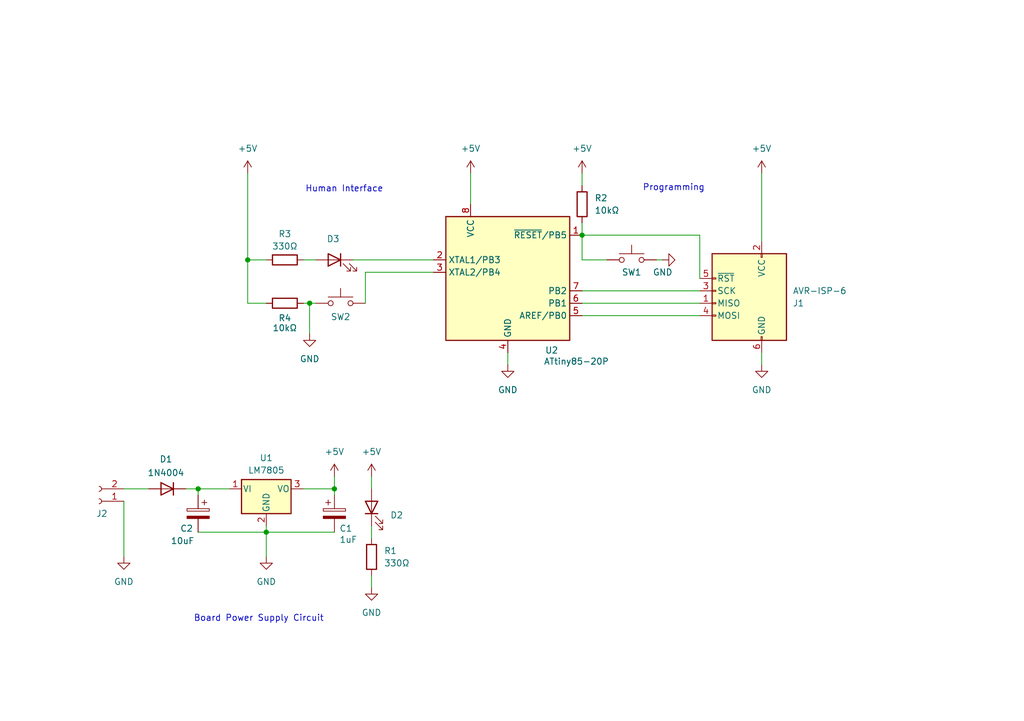
<source format=kicad_sch>
(kicad_sch (version 20231120) (generator "eeschema") (generator_version "8.0")
  (paper "A5")
  (title_block (title "Basic ATTiny on a Breadboard") (date "2024-04-02") (rev "0.0.1") (company "carlynorama") (comment 1 "Inputs: software determined SPST M, reset SPST M") (comment 2 "Outputs: power supply on LED, software determined LED") (comment 4 "Circuit for an ATTiny on a breadboard with a \"header\"  for the programmer."))
  (lib_symbols
    (symbol "Connector:AVR-ISP-6" (pin_names (offset 1.016))
      (property "Reference" "J1" (at -8.89 2.5401 0))
      (property "Value" "AVR-ISP-6" (at -8.89 0.0001 0))
      (symbol "AVR-ISP-6_0_1"
        (rectangle (start -7.62 10.16) (end 7.62 -7.62) (stroke (width 0.254)) (fill (type background)))
        (rectangle (start -2.667 -6.858) (end -2.413 -7.62))
        (rectangle (start -2.667 10.16) (end -2.413 9.398))
        (rectangle (start 7.62 -2.413) (end 6.858 -2.667))
        (rectangle (start 7.62 0.127) (end 6.858 -0.127))
        (rectangle (start 7.62 2.667) (end 6.858 2.413))
        (rectangle (start 7.62 5.207) (end 6.858 4.953))
      )
      (symbol "AVR-ISP-6_1_1"
        (pin passive line (at 10.16 2.54 180) (length 2.54) (name "MISO") (number "1"))
        (pin passive line (at -2.54 -10.16 90) (length 2.54) (name "VCC") (number "2"))
        (pin passive line (at 10.16 0 180) (length 2.54) (name "SCK") (number "3"))
        (pin passive line (at 10.16 5.08 180) (length 2.54) (name "MOSI") (number "4"))
        (pin passive line (at 10.16 -2.54 180) (length 2.54) (name "~{RST}") (number "5"))
        (pin passive line (at -2.54 12.7 270) (length 2.54) (name "GND") (number "6"))
      )
    )
    (symbol "Connector:Conn_01x02_Socket" (pin_names (offset 1.016) hide)
      (property "Reference" "J" (at 0 2.54 0))
      (property "Value" "Conn_01x02_Socket" (at 0 -5.08 0))
      (symbol "Conn_01x02_Socket_1_1"
        (arc (start 0 -2.032) (mid -0.5058 -2.54) (end 0 -3.048) (stroke (width 0.1524)))
        (polyline (pts (xy -1.27 -2.54) (xy -0.508 -2.54)) (stroke (width 0.1524)))
        (polyline (pts (xy -1.27 0) (xy -0.508 0)) (stroke (width 0.1524)))
        (arc (start 0 0.508) (mid -0.5058 0) (end 0 -0.508) (stroke (width 0.1524)))
        (pin passive line (at -5.08 0 0) (length 3.81) (name "Pin_1") (number "1"))
        (pin passive line (at -5.08 -2.54 0) (length 3.81) (name "Pin_2") (number "2"))
      )
    )
    (symbol "Device:C_Polarized" (pin_numbers hide) (pin_names (offset 0.254))
      (property "Reference" "C" (at 0.635 2.54 0))
      (property "Value" "C_Polarized" (at 0.635 -2.54 0))
      (symbol "C_Polarized_0_1"
        (rectangle (start -2.286 0.508) (end 2.286 1.016))
        (polyline (pts (xy -1.778 2.286) (xy -0.762 2.286)))
        (polyline (pts (xy -1.27 2.794) (xy -1.27 1.778)))
        (rectangle (start 2.286 -0.508) (end -2.286 -1.016) (fill (type outline)))
      )
      (symbol "C_Polarized_1_1"
        (pin passive line (at 0 3.81 270) (length 2.794) (name "~") (number "1"))
        (pin passive line (at 0 -3.81 90) (length 2.794) (name "~") (number "2"))
      )
    )
    (symbol "Device:D" (pin_numbers hide) (pin_names (offset 1.016) hide)
      (property "Reference" "D" (at 0 2.54 0))
      (property "Value" "D" (at 0 -2.54 0))
      (symbol "D_0_1"
        (polyline (pts (xy -1.27 1.27) (xy -1.27 -1.27)) (stroke (width 0.254)))
        (polyline (pts (xy 1.27 0) (xy -1.27 0)))
        (polyline (pts (xy 1.27 1.27) (xy 1.27 -1.27) (xy -1.27 0) (xy 1.27 1.27)) (stroke (width 0.254)))
      )
      (symbol "D_1_1"
        (pin passive line (at -3.81 0 0) (length 2.54) (name "K") (number "1"))
        (pin passive line (at 3.81 0 180) (length 2.54) (name "A") (number "2"))
      )
    )
    (symbol "Device:LED" (pin_numbers hide) (pin_names (offset 1.016) hide)
      (property "Reference" "D" (at 0 2.54 0))
      (property "Value" "LED" (at 0 -2.54 0))
      (symbol "LED_0_1"
        (polyline (pts (xy -1.27 -1.27) (xy -1.27 1.27)) (stroke (width 0.254)))
        (polyline (pts (xy -1.27 0) (xy 1.27 0)))
        (polyline (pts (xy 1.27 -1.27) (xy 1.27 1.27) (xy -1.27 0) (xy 1.27 -1.27)) (stroke (width 0.254)))
        (polyline (pts (xy -3.048 -0.762) (xy -4.572 -2.286) (xy -3.81 -2.286) (xy -4.572 -2.286) (xy -4.572 -1.524)))
        (polyline (pts (xy -1.778 -0.762) (xy -3.302 -2.286) (xy -2.54 -2.286) (xy -3.302 -2.286) (xy -3.302 -1.524)))
      )
      (symbol "LED_1_1"
        (pin passive line (at -3.81 0 0) (length 2.54) (name "K") (number "1"))
        (pin passive line (at 3.81 0 180) (length 2.54) (name "A") (number "2"))
      )
    )
    (symbol "Device:R" (pin_numbers hide) (pin_names (offset 0))
      (property "Reference" "R" (at 2.032 0 90))
      (property "Value" "R" (at 0 0 90))
      (symbol "R_0_1"
        (rectangle (start -1.016 -2.54) (end 1.016 2.54) (stroke (width 0.254)))
      )
      (symbol "R_1_1"
        (pin passive line (at 0 3.81 270) (length 1.27) (name "~") (number "1"))
        (pin passive line (at 0 -3.81 90) (length 1.27) (name "~") (number "2"))
      )
    )
    (symbol "MCU_Microchip_ATtiny:ATtiny85-20P"
      (property "Reference" "U2" (at -14.224 -3.048 0))
      (property "Value" "ATtiny85-20P" (at -14.478 -5.334 0))
      (symbol "ATtiny85-20P_0_1"
        (rectangle (start -12.7 12.7) (end 12.7 -12.7) (stroke (width 0.254)) (fill (type background)))
      )
      (symbol "ATtiny85-20P_1_1"
        (pin bidirectional line (at 15.24 8.89 180) (length 2.54) (name "~{RESET}/PB5") (number "1"))
        (pin bidirectional line (at -15.24 3.81 0) (length 2.54) (name "XTAL1/PB3") (number "2"))
        (pin bidirectional line (at -15.24 1.27 0) (length 2.54) (name "XTAL2/PB4") (number "3"))
        (pin power_in line (at 0 -15.24 90) (length 2.54) (name "GND") (number "4"))
        (pin bidirectional line (at 15.24 -7.62 180) (length 2.54) (name "AREF/PB0") (number "5"))
        (pin bidirectional line (at 15.24 -5.08 180) (length 2.54) (name "PB1") (number "6"))
        (pin bidirectional line (at 15.24 -2.54 180) (length 2.54) (name "PB2") (number "7"))
        (pin power_in line (at -7.62 15.24 270) (length 2.54) (name "VCC") (number "8"))
      )
    )
    (symbol "Regulator_Linear:LM7805_TO220" (pin_names (offset 0.254))
      (property "Reference" "U" (at -3.81 3.175 0))
      (property "Value" "LM7805_TO220" (at 0 3.175 0))
      (symbol "LM7805_TO220_0_1"
        (rectangle (start -5.08 1.905) (end 5.08 -5.08) (stroke (width 0.254)) (fill (type background)))
      )
      (symbol "LM7805_TO220_1_1"
        (pin power_in line (at -7.62 0 0) (length 2.54) (name "VI") (number "1"))
        (pin power_in line (at 0 -7.62 90) (length 2.54) (name "GND") (number "2"))
        (pin power_out line (at 7.62 0 180) (length 2.54) (name "VO") (number "3"))
      )
    )
    (symbol "Switch:SW_Push" (pin_numbers hide) (pin_names (offset 1.016) hide)
      (property "Reference" "SW" (at 1.27 2.54 0))
      (property "Value" "SW_Push" (at 0 -1.524 0))
      (symbol "SW_Push_0_1"
        (circle (center -2.032 0) (radius 0.508))
        (polyline (pts (xy 0 1.27) (xy 0 3.048)))
        (polyline (pts (xy 2.54 1.27) (xy -2.54 1.27)))
        (circle (center 2.032 0) (radius 0.508))
        (pin passive line (at -5.08 0 0) (length 2.54) (name "1") (number "1"))
        (pin passive line (at 5.08 0 180) (length 2.54) (name "2") (number "2"))
      )
    )
    (symbol "power:+5V" (power) (pin_numbers hide) (pin_names (offset 0) hide)
      (property "Value" "+5V" (at 0 3.556 0))
      (symbol "+5V_0_1"
        (polyline (pts (xy -0.762 1.27) (xy 0 2.54)))
        (polyline (pts (xy 0 0) (xy 0 2.54)))
        (polyline (pts (xy 0 2.54) (xy 0.762 1.27)))
      )
      (symbol "+5V_1_1"
        (pin power_in line (at 0 0 90) (length 0) (name "~") (number "1"))
      )
    )
    (symbol "power:GND" (power) (pin_numbers hide) (pin_names (offset 0) hide)
      (property "Value" "GND" (at 0 -3.81 0))
      (symbol "GND_0_1"
        (polyline (pts (xy 0 0) (xy 0 -1.27) (xy 1.27 -1.27) (xy 0 -2.54) (xy -1.27 -1.27) (xy 0 -1.27)))
      )
      (symbol "GND_1_1"
        (pin power_in line (at 0 0 270) (length 0) (name "~") (number "1"))
      )
    )
  )
  (junction (at 63.5 62.23))
  (junction (at 50.8 53.34))
  (junction (at 68.58 100.33))
  (junction (at 119.38 48.26))
  (junction (at 54.61 109.22))
  (junction (at 40.64 100.33))
  (wire (pts (xy 63.5 62.23) (xy 64.77 62.23)))
  (wire (pts (xy 76.2 118.11) (xy 76.2 120.65)))
  (wire (pts (xy 54.61 109.22) (xy 54.61 114.3)))
  (wire (pts (xy 25.4 100.33) (xy 30.48 100.33)))
  (wire (pts (xy 119.38 45.72) (xy 119.38 48.26)))
  (wire (pts (xy 119.38 35.56) (xy 119.38 38.1)))
  (wire (pts (xy 104.14 72.39) (xy 104.14 74.93)))
  (wire (pts (xy 119.38 48.26) (xy 119.38 53.34)))
  (wire (pts (xy 74.93 55.88) (xy 74.93 62.23)))
  (wire (pts (xy 68.58 100.33) (xy 62.23 100.33)))
  (wire (pts (xy 119.38 64.77) (xy 143.51 64.77)))
  (wire (pts (xy 54.61 107.95) (xy 54.61 109.22)))
  (wire (pts (xy 68.58 97.79) (xy 68.58 100.33)))
  (wire (pts (xy 25.4 102.87) (xy 25.4 114.3)))
  (wire (pts (xy 68.58 109.22) (xy 54.61 109.22)))
  (wire (pts (xy 76.2 97.79) (xy 76.2 100.33)))
  (wire (pts (xy 62.23 53.34) (xy 64.77 53.34)))
  (wire (pts (xy 62.23 62.23) (xy 63.5 62.23)))
  (wire (pts (xy 156.21 72.39) (xy 156.21 74.93)))
  (wire (pts (xy 156.21 35.56) (xy 156.21 49.53)))
  (wire (pts (xy 40.64 100.33) (xy 46.99 100.33)))
  (wire (pts (xy 68.58 100.33) (xy 68.58 101.6)))
  (wire (pts (xy 76.2 107.95) (xy 76.2 110.49)))
  (wire (pts (xy 40.64 109.22) (xy 54.61 109.22)))
  (wire (pts (xy 119.38 62.23) (xy 143.51 62.23)))
  (wire (pts (xy 88.9 55.88) (xy 74.93 55.88)))
  (wire (pts (xy 96.52 35.56) (xy 96.52 41.91)))
  (wire (pts (xy 50.8 62.23) (xy 50.8 53.34)))
  (wire (pts (xy 72.39 53.34) (xy 88.9 53.34)))
  (wire (pts (xy 40.64 100.33) (xy 40.64 101.6)))
  (wire (pts (xy 50.8 53.34) (xy 54.61 53.34)))
  (wire (pts (xy 38.1 100.33) (xy 40.64 100.33)))
  (wire (pts (xy 134.62 53.34) (xy 135.89 53.34)))
  (wire (pts (xy 50.8 35.56) (xy 50.8 53.34)))
  (wire (pts (xy 63.5 62.23) (xy 63.5 68.58)))
  (wire (pts (xy 119.38 59.69) (xy 143.51 59.69)))
  (wire (pts (xy 143.51 48.26) (xy 143.51 57.15)))
  (wire (pts (xy 119.38 48.26) (xy 143.51 48.26)))
  (wire (pts (xy 54.61 62.23) (xy 50.8 62.23)))
  (wire (pts (xy 119.38 53.34) (xy 124.46 53.34)))
  (text "Board Power Supply Circuit" (at 53.086 127 0) (effects (font (size 1.27 1.27))))
  (text "Human Interface" (at 70.612 38.862 0) (effects (font (size 1.27 1.27))))
  (text "Programming" (at 138.176 38.608 0) (effects (font (size 1.27 1.27))))
  (symbol (lib_id "Device:D") (at 34.29 100.33 0) (mirror y) (unit 1)
    (property "Reference" "D1" (at 34.036 94.234 0))
    (property "Value" "1N4004" (at 34.036 97.028 0))
    (property "Footprint" "Diode_THT:D_DO-15_P15.24mm_Horizontal" (effects (hide yes)))
    (property "Description" "Diode" (effects (hide yes)))
    (property "Sim.Device" "D" (effects (hide yes)))
    (property "Sim.Pins" "1=K 2=A" (effects (hide yes)))
  )
  (symbol (lib_id "power:GND") (at 76.2 120.65 0) (unit 1)
    (property "Reference" "#PWR08" (effects (hide yes)))
    (property "Value" "GND" (at 76.2 125.73 0))
    (property "Description" "Power symbol creates a global label with name \"GND\" , ground" (effects (hide yes)))
  )
  (symbol (lib_id "Device:LED") (at 68.58 53.34 0) (mirror y) (unit 1)
    (property "Reference" "D3" (at 68.326 49.022 0))
    (property "Value" "Digital Output (5.0mm LED)" (effects (hide yes)))
    (property "Footprint" "LED_THT:LED_D5.0mm" (effects (hide yes)))
    (property "Description" "Light emitting diode" (effects (hide yes)))
  )
  (symbol (lib_id "Regulator_Linear:LM7805_TO220") (at 54.61 100.33 0) (unit 1)
    (property "Reference" "U1" (at 54.61 93.98 0))
    (property "Value" "LM7805" (at 54.61 96.52 0))
    (property "Footprint" "Package_TO_SOT_THT:TO-220-3_Vertical" (effects (hide yes)))
    (property "Datasheet" "https://www.onsemi.cn/PowerSolutions/document/MC7800-D.PDF" (effects (hide yes)))
    (property "Description" "Positive 1A 35V Linear Regulator, Fixed Output 5V, TO-220" (effects (hide yes)))
  )
  (symbol (lib_id "power:GND") (at 25.4 114.3 0) (unit 1)
    (property "Reference" "#PWR09" (effects (hide yes)))
    (property "Value" "GND" (at 25.4 119.38 0))
    (property "Description" "Power symbol creates a global label with name \"GND\" , ground" (effects (hide yes)))
  )
  (symbol (lib_id "power:+5V") (at 76.2 97.79 0) (unit 1)
    (property "Reference" "#PWR010" (effects (hide yes)))
    (property "Value" "+5V" (at 76.2 92.71 0))
    (property "Description" "Power symbol creates a global label with name \"+5V\"" (effects (hide yes)))
  )
  (symbol (lib_id "power:GND") (at 63.5 68.58 0) (unit 1)
    (property "Reference" "#PWR013" (effects (hide yes)))
    (property "Value" "GND" (at 63.5 73.66 0))
    (property "Description" "Power symbol creates a global label with name \"GND\" , ground" (effects (hide yes)))
  )
  (symbol (lib_id "Connector:AVR-ISP-6") (at 153.67 59.69 180) (unit 1)
    (property "Reference" "J1" (at 162.56 62.2301 0) (effects (justify right)))
    (property "Value" "AVR-ISP-6" (at 162.56 59.6901 0) (effects (justify right)))
    (property "Footprint" "Connector_PinHeader_2.54mm:PinHeader_2x03_P2.54mm_Vertical" (effects (hide yes)))
    (property "Datasheet" " ~" (effects (hide yes)))
    (property "Description" "Atmel 6-pin ISP connector" (effects (hide yes)))
  )
  (symbol (lib_id "power:+5V") (at 96.52 35.56 0) (unit 1)
    (property "Reference" "#PWR04" (effects (hide yes)))
    (property "Value" "+5V" (at 96.52 30.48 0))
    (property "Description" "Power symbol creates a global label with name \"+5V\"" (effects (hide yes)))
  )
  (symbol (lib_id "Switch:SW_Push") (at 129.54 53.34 0) (unit 1)
    (property "Reference" "SW1" (at 129.54 55.88 0))
    (property "Value" "Reset Switch (SPST Push)" (effects (hide yes)))
    (property "Footprint" "Button_Switch_THT:SW_PUSH_6mm_H5mm" (effects (hide yes)))
    (property "Description" "Push button switch, generic, two pins" (effects (hide yes)))
  )
  (symbol (lib_id "power:GND") (at 54.61 114.3 0) (unit 1)
    (property "Reference" "#PWR06" (effects (hide yes)))
    (property "Value" "GND" (at 54.61 119.38 0))
    (property "Description" "Power symbol creates a global label with name \"GND\" , ground" (effects (hide yes)))
  )
  (symbol (lib_id "Device:R") (at 58.42 62.23 90) (unit 1)
    (property "Reference" "R4" (at 58.42 65.278 90))
    (property "Value" "10kΩ" (at 58.42 67.31 90))
    (property "Footprint" "Resistor_THT:R_Axial_DIN0411_L9.9mm_D3.6mm_P15.24mm_Horizontal" (effects (hide yes)))
    (property "Description" "Resistor" (effects (hide yes)))
  )
  (symbol (lib_id "power:+5V") (at 50.8 35.56 0) (unit 1)
    (property "Reference" "#PWR012" (effects (hide yes)))
    (property "Value" "+5V" (at 50.8 30.48 0))
    (property "Description" "Power symbol creates a global label with name \"+5V\"" (effects (hide yes)))
  )
  (symbol (lib_id "power:GND") (at 135.89 53.34 90) (unit 1)
    (property "Reference" "#PWR07" (effects (hide yes)))
    (property "Value" "GND" (at 133.858 55.88 90) (effects (justify right)))
    (property "Description" "Power symbol creates a global label with name \"GND\" , ground" (effects (hide yes)))
  )
  (symbol (lib_id "Device:LED") (at 76.2 104.14 90) (unit 1)
    (property "Reference" "D2" (at 80.01 105.7274 90) (effects (justify right)))
    (property "Value" "5.0mm Power Indicator LED" (effects (hide yes)))
    (property "Footprint" "LED_THT:LED_D5.0mm" (effects (hide yes)))
    (property "Description" "Light emitting diode" (effects (hide yes)))
  )
  (symbol (lib_id "Device:R") (at 76.2 114.3 0) (unit 1)
    (property "Reference" "R1" (at 78.74 113.0299 0) (effects (justify left)))
    (property "Value" "330Ω" (at 78.74 115.5699 0) (effects (justify left)))
    (property "Footprint" "Resistor_THT:R_Axial_DIN0411_L9.9mm_D3.6mm_P15.24mm_Horizontal" (effects (hide yes)))
    (property "Description" "Resistor" (effects (hide yes)))
  )
  (symbol (lib_id "Switch:SW_Push") (at 69.85 62.23 0) (unit 1)
    (property "Reference" "SW2" (at 69.85 65.024 0))
    (property "Value" "Digital Input (SPST Push)" (effects (hide yes)))
    (property "Footprint" "Button_Switch_THT:SW_PUSH_6mm_H5mm" (effects (hide yes)))
    (property "Description" "Push button switch, generic, two pins" (effects (hide yes)))
  )
  (symbol (lib_id "Device:C_Polarized") (at 68.58 105.41 0) (unit 1)
    (property "Reference" "C1" (at 69.596 108.458 0) (effects (justify left)))
    (property "Value" "1uF" (at 69.596 110.744 0) (effects (justify left)))
    (property "Footprint" "Capacitor_THT:CP_Radial_D10.0mm_P5.00mm" (effects (hide yes)))
    (property "Description" "Polarized capacitor" (effects (hide yes)))
  )
  (symbol (lib_id "Connector:Conn_01x02_Socket") (at 20.32 102.87 180) (unit 1)
    (property "Reference" "J2" (at 22.098 105.41 0) (effects (justify left)))
    (property "Value" "External Power Connection" (effects (hide yes)))
    (property "Footprint" "Connector_Molex:Molex_KK-254_AE-6410-02A_1x02_P2.54mm_Vertical" (effects (hide yes)))
    (property "Description" "Generic connector, single row, 01x02, script generated" (effects (hide yes)))
  )
  (symbol (lib_id "power:+5V") (at 156.21 35.56 0) (unit 1)
    (property "Reference" "#PWR02" (effects (hide yes)))
    (property "Value" "+5V" (at 156.21 30.48 0))
    (property "Description" "Power symbol creates a global label with name \"+5V\"" (effects (hide yes)))
  )
  (symbol (lib_id "MCU_Microchip_ATtiny:ATtiny85-20P") (at 104.14 57.15 0) (unit 1)
    (property "Reference" "U2" (at 111.76 71.882 0) (effects (justify left)))
    (property "Value" "ATtiny85-20P" (at 111.506 74.168 0) (effects (justify left)))
    (property "Footprint" "Package_DIP:DIP-8_W7.62mm" (effects (hide yes)))
    (property "Datasheet" "http://ww1.microchip.com/downloads/en/DeviceDoc/atmel-2586-avr-8-bit-microcontroller-attiny25-attiny45-attiny85_datasheet.pdf" (effects (hide yes)))
    (property "Description" "20MHz, 8kB Flash, 512B SRAM, 512B EEPROM, debugWIRE, DIP-8" (effects (hide yes)))
  )
  (symbol (lib_id "power:GND") (at 104.14 74.93 0) (unit 1)
    (property "Reference" "#PWR01" (effects (hide yes)))
    (property "Value" "GND" (at 104.14 80.01 0))
    (property "Description" "Power symbol creates a global label with name \"GND\" , ground" (effects (hide yes)))
  )
  (symbol (lib_id "Device:R") (at 58.42 53.34 270) (unit 1)
    (property "Reference" "R3" (at 58.42 48.006 90))
    (property "Value" "330Ω" (at 58.42 50.546 90))
    (property "Footprint" "Resistor_THT:R_Axial_DIN0411_L9.9mm_D3.6mm_P15.24mm_Horizontal" (effects (hide yes)))
    (property "Description" "Resistor" (effects (hide yes)))
  )
  (symbol (lib_id "power:+5V") (at 119.38 35.56 0) (unit 1)
    (property "Reference" "#PWR011" (effects (hide yes)))
    (property "Value" "+5V" (at 119.38 30.48 0))
    (property "Description" "Power symbol creates a global label with name \"+5V\"" (effects (hide yes)))
  )
  (symbol (lib_id "Device:C_Polarized") (at 40.64 105.41 0) (mirror y) (unit 1)
    (property "Reference" "C2" (at 39.624 108.458 0) (effects (justify left)))
    (property "Value" "10uF" (at 39.878 110.998 0) (effects (justify left)))
    (property "Footprint" "Capacitor_THT:CP_Radial_D10.0mm_P5.00mm" (effects (hide yes)))
    (property "Description" "Polarized capacitor" (effects (hide yes)))
  )
  (symbol (lib_id "power:+5V") (at 68.58 97.79 0) (unit 1)
    (property "Reference" "#PWR05" (effects (hide yes)))
    (property "Value" "+5V" (at 68.58 92.71 0))
    (property "Description" "Power symbol creates a global label with name \"+5V\"" (effects (hide yes)))
  )
  (symbol (lib_id "Device:R") (at 119.38 41.91 0) (unit 1)
    (property "Reference" "R2" (at 121.92 40.6399 0) (effects (justify left)))
    (property "Value" "10kΩ" (at 121.92 43.1799 0) (effects (justify left)))
    (property "Footprint" "Resistor_THT:R_Axial_DIN0411_L9.9mm_D3.6mm_P15.24mm_Horizontal" (effects (hide yes)))
    (property "Description" "Resistor" (effects (hide yes)))
  )
  (symbol (lib_id "power:GND") (at 156.21 74.93 0) (unit 1)
    (property "Reference" "#PWR03" (effects (hide yes)))
    (property "Value" "GND" (at 156.21 80.01 0))
    (property "Description" "Power symbol creates a global label with name \"GND\" , ground" (effects (hide yes)))
  )
)
</source>
